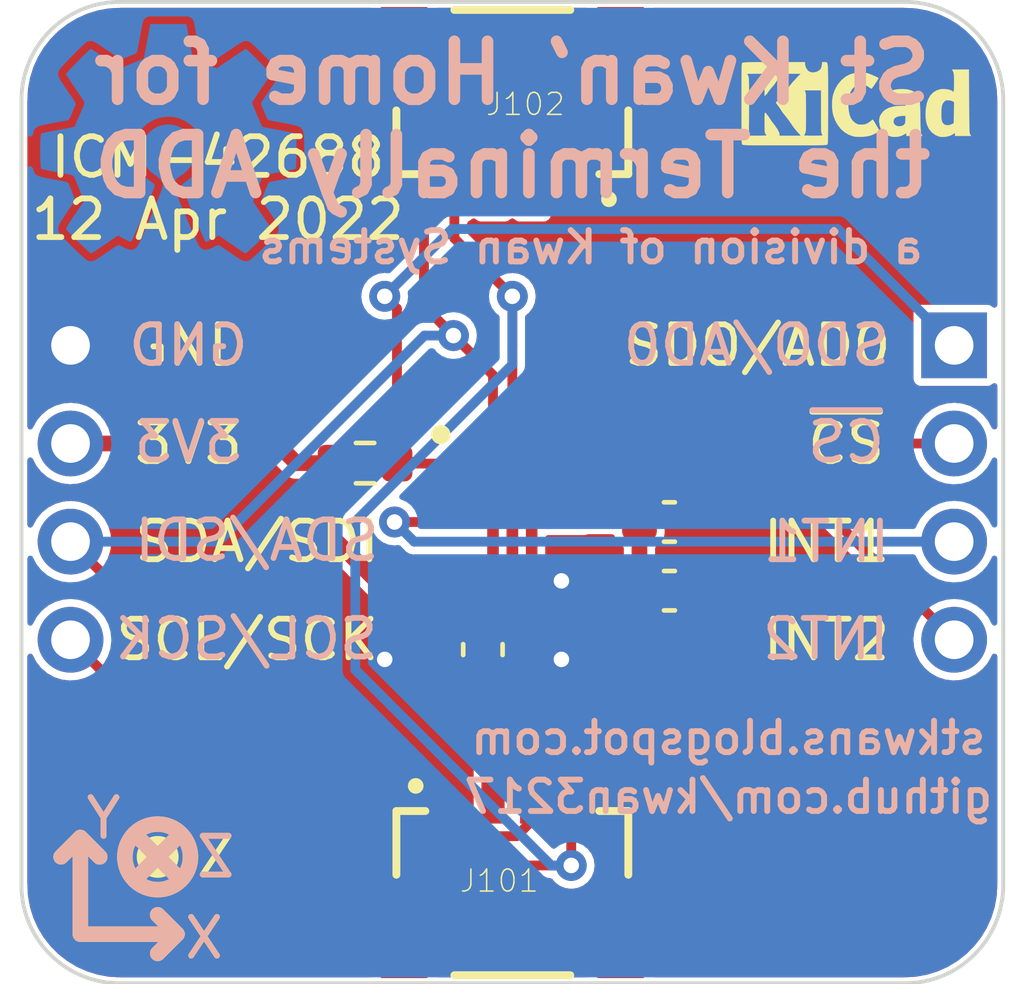
<source format=kicad_pcb>
(kicad_pcb (version 20211014) (generator pcbnew)
  (layers (0 "F.Cu" signal) (31 "B.Cu" signal) (34 "B.Paste" user) (35 "F.Paste" user) (36 "B.SilkS" user "B.Silkscreen") (37 "F.SilkS" user "F.Silkscreen") (38 "B.Mask" user) (39 "F.Mask" user) (44 "Edge.Cuts" user))
  (net 0 "")
  (net 10 "+3V3")
  (net 11 "GND")
  (net 12 "/SDA{slash}SDI")
  (net 13 "/SCL{slash}SCK")
  (net 14 "/SDO{slash}AD0")
  (net 15 "/~{CS}")
  (net 16 "/INT1")
  (net 17 "/INT2")
  (footprint "Capacitor_SMD:C_0603_1608Metric" (layer "F.Cu") (at 143.764 66.04)
    (fp_text reference "C106" hide)
    (fp_text value "2.2uF" hide)
    (pad "1" smd roundrect (at -0.775 0) (size 0.9 0.95) (layers "F.Cu" "F.Paste" "F.Mask") (net 10 "+3V3"))
    (pad "2" smd roundrect (at 0.775 0) (size 0.9 0.95) (layers "F.Cu" "F.Paste" "F.Mask") (net 11 "GND"))
  )
  (footprint "Capacitor_SMD:C_0603_1608Metric" (layer "F.Cu") (at 143.764 64.262)
    (fp_text reference "C105" hide)
    (fp_text value "10nF" hide)
    (pad "1" smd roundrect (at -0.775 0) (size 0.9 0.95) (layers "F.Cu" "F.Paste" "F.Mask") (net 10 "+3V3"))
    (pad "2" smd roundrect (at 0.775 0) (size 0.9 0.95) (layers "F.Cu" "F.Paste" "F.Mask") (net 11 "GND"))
  )
  (footprint "KwanSystems:Axis" (layer "F.Cu") (at 128.524 74.93)
    (fp_text reference "U501" hide)
    (fp_text value "MPU9250" hide)
    (fp_text user "Z" (at 3.5 -2) (layer "B.SilkS") (effects (justify mirror)))
    (fp_text user "Y" (at 0.6 -3) (layer "B.SilkS") (effects (justify mirror)))
    (fp_text user "X" (at 3.2 0.1) (layer "B.SilkS") (effects (justify mirror)))
    (fp_text user "Z" (at 3.5 -2) (layer "F.SilkS"))
    (fp_text user "Y" (at 0.6 -3) (layer "F.SilkS"))
    (fp_text user "X" (at 3.2 0.1) (layer "F.SilkS"))
  )
  (footprint "KwanSystems:JST04_1MM_RA" (layer "F.Cu") (at 139.7 71.3927)
    (fp_text reference "J101" (at -1.397 2.159) (layer "F.SilkS") (effects (font (size 0.570586 0.570586) (thickness 0.039014)) (justify left)))
    (fp_text value "1x04 1mm")
    (pad "1" smd rect (at -1.5 0) (size 0.6 1.35) (layers "F.Cu" "F.Paste" "F.Mask") (net 11 "GND"))
    (pad "2" smd rect (at -0.5 0) (size 0.6 1.35) (layers "F.Cu" "F.Paste" "F.Mask") (net 10 "+3V3"))
    (pad "3" smd rect (at 0.5 0) (size 0.6 1.35) (layers "F.Cu" "F.Paste" "F.Mask") (net 12 "/SDA{slash}SDI"))
    (pad "4" smd rect (at 1.5 0) (size 0.6 1.35) (layers "F.Cu" "F.Paste" "F.Mask") (net 13 "/SCL{slash}SCK"))
    (pad "NC1" smd rect (at 2.8 3.675) (size 1.2 2) (layers "F.Cu" "F.Paste" "F.Mask"))
    (pad "NC2" smd rect (at -2.8 3.675) (size 1.2 2) (layers "F.Cu" "F.Paste" "F.Mask"))
  )
  (footprint "Capacitor_SMD:C_0603_1608Metric" (layer "F.Cu") (at 138.938 67.564 -90)
    (fp_text reference "C108" hide)
    (fp_text value "100nF" hide)
    (pad "1" smd roundrect (at -0.775 0 270) (size 0.9 0.95) (layers "F.Cu" "F.Paste" "F.Mask") (net 10 "+3V3"))
    (pad "2" smd roundrect (at 0.775 0 270) (size 0.9 0.95) (layers "F.Cu" "F.Paste" "F.Mask") (net 11 "GND"))
  )
  (footprint "KwanSystems:Symbol_KiCAD-Logo_CopperAndSilkScreenTop_small" (layer "F.Cu") (at 148.59 53.34)
    (fp_text reference "REF**" hide)
    (fp_text value "KiCAD Logo" hide)
    (fp_poly (pts (xy -0.9017 0.296023) (xy -0.90159 0.431764) (xy -0.901209 0.544309) (xy -0.900487 0.635861) (xy -0.899353 0.70862) (xy -0.897735 0.764792) (xy -0.895561 0.806578) (xy -0.89276 0.83618) (xy -0.889261 0.855802) (xy -0.884992 0.867646) (xy -0.883054 0.870698) (xy -0.869911 0.889472) (xy -0.864555 0.903543) (xy -0.869645 0.913587) (xy -0.887844 0.920282) (xy -0.921812 0.924303) (xy -0.974211 0.926327) (xy -1.047701 0.92703) (xy -1.1049 0.9271) (xy -1.180041 0.926758) (xy -1.245637 0.925804) (xy -1.297787 0.924351) (xy -1.332591 0.922509) (xy -1.346148 0.920388) (xy -1.3462 0.920244) (xy -1.340923 0.905727) (xy -1.327637 0.877255) (xy -1.3208 0.8636) (xy -1.314367 0.84988) (xy -1.309121 0.834697) (xy -1.30494 0.81546) (xy -1.301705 0.789578) (xy -1.299295 0.754459) (xy -1.297589 0.707514) (xy -1.296468 0.646151) (xy -1.29581 0.56778) (xy -1.295495 0.469809) (xy -1.295403 0.349648) (xy -1.2954 0.317375) (xy -1.295527 0.188635) (xy -1.295965 0.082875) (xy -1.296802 -0.002325) (xy -1.298126 -0.069381) (xy -1.300025 -0.120715) (xy -1.302587 -0.158744) (xy -1.305899 -0.185887) (xy -1.310049 -0.204564) (xy -1.314777 -0.216531) (xy -1.334153 -0.254) (xy -0.9017 -0.254) (xy -0.9017 0.296023)) (layer "F.Cu") (width 0.01) (fill solid))
    (fp_poly (pts (xy -1.693127 -0.6858) (xy -1.420471 -0.6858) (xy -1.519861 -0.585107) (xy -1.684715 -0.403655) (xy -1.791925 -0.266593) (xy -1.831149 -0.2148) (xy -1.878428 -0.154736) (xy -1.928475 -0.092899) (xy -1.976001 -0.035791) (xy -2.015717 0.010091) (xy -2.028266 0.02388) (xy -2.068982 0.067606) (xy -2.034003 0.113178) (xy -1.966282 0.207802) (xy -1.922511 0.277525) (xy -1.895076 0.318643) (xy -1.864438 0.358306) (xy -1.861864 0.361304) (xy -1.827389 0.402791) (xy -1.787127 0.454069) (xy -1.745529 0.509144) (xy -1.707049 0.562024) (xy -1.676141 0.606713) (xy -1.658312 0.635274) (xy -1.640772 0.661798) (xy -1.611507 0.701031) (xy -1.57559 0.746626) (xy -1.538093 0.792236) (xy -1.504086 0.831516) (xy -1.4859 0.85101) (xy -1.473956 0.864041) (xy -1.452819 0.887703) (xy -1.448762 0.892285) (xy -1.417973 0.9271) (xy -1.9812 0.9271) (xy -1.9812 0.887962) (xy -1.989582 0.849698) (xy -2.013196 0.797075) (xy -2.049754 0.73412) (xy -2.09696 0.664858) (xy -2.140729 0.607767) (xy -2.176366 0.561657) (xy -2.209027 0.516135) (xy -2.232612 0.479768) (xy -2.235665 0.474417) (xy -2.255686 0.441217) (xy -2.273329 0.417142) (xy -2.277651 0.41275) (xy -2.294931 0.393408) (xy -2.315043 0.365125) (xy -2.333887 0.341047) (xy -2.349143 0.330244) (xy -2.349793 0.3302) (xy -2.354231 0.342546) (xy -2.357791 0.378191) (xy -2.360368 0.435046) (xy -2.361859 0.511022) (xy -2.3622 0.578481) (xy -2.361858 0.668132) (xy -2.360653 0.736135) (xy -2.358313 0.786238) (xy -2.354569 0.822185) (xy -2.349151 0.847722) (xy -2.34179 0.866594) (xy -2.341378 0.867406) (xy -2.323642 0.897246) (xy -2.307889 0.916309) (xy -2.306453 0.917381) (xy -2.314202 0.920162) (xy -2.343877 0.922631) (xy -2.392007 0.924656) (xy -2.455121 0.926104) (xy -2.529745 0.926841) (xy -2.555603 0.926906) (xy -2.818856 0.9271) (xy -2.804016 0.892175) (xy -2.78993 0.862879) (xy -2.778888 0.845185) (xy -2.776972 0.830571) (xy -2.775172 0.792891) (xy -2.773521 0.734476) (xy -2.772052 0.657659) (xy -2.770801 0.564773) (xy -2.769798 0.458151) (xy -2.769079 0.340126) (xy -2.768677 0.21303) (xy -2.768601 0.127145) (xy -2.76863 -0.024845) (xy -2.768765 -0.153544) (xy -2.769077 -0.261063) (xy -2.769637 -0.349511) (xy -2.770516 -0.420998) (xy -2.771784 -0.477634) (xy -2.773512 -0.521528) (xy -2.775772 -0.55479) (xy -2.778634 -0.57953) (xy -2.782169 -0.597857) (xy -2.786448 -0.611882) (xy -2.791542 -0.623713) (xy -2.794001 -0.628651) (xy -2.809378 -0.659566) (xy -2.818405 -0.67917) (xy -2.819401 -0.682136) (xy -2.807333 -0.683247) (xy -2.773656 -0.684222) (xy -2.722164 -0.685008) (xy -2.656647 -0.68555) (xy -2.580898 -0.685793) (xy -2.564042 -0.6858) (xy -2.47747 -0.685668) (xy -2.413186 -0.685085) (xy -2.368077 -0.683768) (xy -2.339032 -0.681439) (xy -2.322938 -0.677814) (xy -2.316684 -0.672614) (xy -2.317157 -0.665558) (xy -2.317918 -0.663575) (xy -2.334598 -0.619164) (xy -2.346631 -0.57491) (xy -2.35471 -0.52543) (xy -2.359529 -0.46534) (xy -2.36178 -0.389256) (xy -2.3622 -0.319456) (xy -2.362201 -0.109548) (xy -2.324101 -0.14605) (xy -2.300294 -0.171222) (xy -2.287003 -0.189861) (xy -2.286 -0.193259) (xy -2.278432 -0.206225) (xy -2.258686 -0.232936) (xy -2.231206 -0.267928) (xy -2.200434 -0.305736) (xy -2.170812 -0.340896) (xy -2.146781 -0.367943) (xy -2.133381 -0.381) (xy -2.12222 -0.394633) (xy -2.103032 -0.422685) (xy -2.089099 -0.4445) (xy -2.059998 -0.488351) (xy -2.028525 -0.531651) (xy -2.017351 -0.545819) (xy -1.994994 -0.579132) (xy -1.982296 -0.609679) (xy -1.9812 -0.617805) (xy -1.980939 -0.639662) (xy -1.978105 -0.656249) (xy -1.969619 -0.668294) (xy -1.952406 -0.676523) (xy -1.923387 -0.681662) (xy -1.879486 -0.684437) (xy -1.817625 -0.685575) (xy -1.734728 -0.685802) (xy -1.693127 -0.6858)) (layer "F.Cu") (width 0.01) (fill solid))
    (fp_poly (pts (xy -1.022029 -1.13702) (xy -0.963228 -1.103803) (xy -0.916489 -1.052478) (xy -0.894594 -1.009438) (xy -0.879289 -0.940193) (xy -0.88384 -0.871205) (xy -0.907514 -0.810458) (xy -0.913706 -0.801075) (xy -0.958926 -0.757296) (xy -1.018364 -0.727224) (xy -1.084834 -0.712291) (xy -1.151144 -0.713933) (xy -1.210105 -0.733584) (xy -1.220497 -0.739878) (xy -1.261632 -0.779303) (xy -1.295543 -0.833615) (xy -1.316627 -0.892353) (xy -1.3208 -0.927101) (xy -1.311163 -0.981713) (xy -1.285905 -1.038945) (xy -1.250509 -1.088421) (xy -1.222679 -1.112853) (xy -1.15657 -1.143062) (xy -1.088082 -1.150612) (xy -1.022029 -1.13702)) (layer "F.Cu") (width 0.01) (fill solid))
  )
  (footprint "Connector_PinHeader_2.54mm:PinHeader_1x04_P2.54mm_Vertical" (layer "F.Cu") (at 151.13 59.69)
    (fp_text reference "J104" hide)
    (fp_text value "Conn_01x04" hide)
    (pad "1" thru_hole rect (at 0 0) (size 1.7 1.7) (drill 1) (layers *.Cu *.Mask) (net 14 "/SDO{slash}AD0"))
    (pad "2" thru_hole oval (at 0 2.54) (size 1.7 1.7) (drill 1) (layers *.Cu *.Mask) (net 15 "/~{CS}"))
    (pad "3" thru_hole oval (at 0 5.08) (size 1.7 1.7) (drill 1) (layers *.Cu *.Mask) (net 16 "/INT1"))
    (pad "4" thru_hole oval (at 0 7.62) (size 1.7 1.7) (drill 1) (layers *.Cu *.Mask) (net 17 "/INT2"))
  )
  (footprint "Resistor_SMD:R_0603_1608Metric" (layer "F.Cu") (at 135.89 62.738 180)
    (fp_text reference "R101" hide)
    (fp_text value "10k" hide)
    (pad "1" smd roundrect (at -0.825 0 180) (size 0.8 0.95) (layers "F.Cu" "F.Paste" "F.Mask") (net 14 "/SDO{slash}AD0"))
    (pad "2" smd roundrect (at 0.825 0 180) (size 0.8 0.95) (layers "F.Cu" "F.Paste" "F.Mask") (net 10 "+3V3"))
  )
  (footprint "KwanSystems:QFN50P300X250X97-14N" (layer "F.Cu") (at 139.7 63.5)
    (fp_text reference "U102" hide)
    (fp_text value "ICM-42688" hide)
    (pad "1" smd rect (at -1.4 -0.75 90) (size 0.3 0.9) (layers "F.Cu" "F.Paste" "F.Mask") (net 14 "/SDO{slash}AD0"))
    (pad "2" smd rect (at -1.4 -0.25 90) (size 0.3 0.9) (layers "F.Cu" "F.Paste" "F.Mask"))
    (pad "3" smd rect (at -1.4 0.25 90) (size 0.3 0.9) (layers "F.Cu" "F.Paste" "F.Mask"))
    (pad "4" smd rect (at -1.4 0.75 90) (size 0.3 0.9) (layers "F.Cu" "F.Paste" "F.Mask") (net 16 "/INT1"))
    (pad "5" smd rect (at -0.5 1.15) (size 0.3 0.9) (layers "F.Cu" "F.Paste" "F.Mask") (net 10 "+3V3"))
    (pad "6" smd rect (at 0 1.15) (size 0.3 0.9) (layers "F.Cu" "F.Paste" "F.Mask") (net 11 "GND"))
    (pad "7" smd rect (at 0.5 1.15) (size 0.3 0.9) (layers "F.Cu" "F.Paste" "F.Mask"))
    (pad "8" smd rect (at 1.4 0.75 90) (size 0.3 0.9) (layers "F.Cu" "F.Paste" "F.Mask") (net 10 "+3V3"))
    (pad "9" smd rect (at 1.4 0.25 90) (size 0.3 0.9) (layers "F.Cu" "F.Paste" "F.Mask") (net 17 "/INT2"))
    (pad "10" smd rect (at 1.4 -0.25 90) (size 0.3 0.9) (layers "F.Cu" "F.Paste" "F.Mask"))
    (pad "11" smd rect (at 1.4 -0.75 90) (size 0.3 0.9) (layers "F.Cu" "F.Paste" "F.Mask"))
    (pad "12" smd rect (at 0.5 -1.15) (size 0.3 0.9) (layers "F.Cu" "F.Paste" "F.Mask") (net 15 "/~{CS}"))
    (pad "13" smd rect (at 0 -1.15) (size 0.3 0.9) (layers "F.Cu" "F.Paste" "F.Mask") (net 13 "/SCL{slash}SCK"))
    (pad "14" smd rect (at -0.5 -1.15) (size 0.3 0.9) (layers "F.Cu" "F.Paste" "F.Mask") (net 12 "/SDA{slash}SDI"))
  )
  (footprint "KwanSystems:KWAN_CIRCLE_soldermask" (layer "F.Cu") (at 147.828 71.882)
    (fp_text reference "G***" hide)
    (fp_text value "LOGO" hide)
    (fp_poly (pts (xy 0.140715 -3.811754) (xy 0.233844 -3.808722) (xy 0.307618 -3.803951) (xy 0.552026 -3.775899) (xy 0.791193 -3.733541) (xy 1.025087 -3.676889) (xy 1.253676 -3.605953) (xy 1.476929 -3.520744) (xy 1.694814 -3.421273) (xy 1.907301 -3.307551) (xy 2.114357 -3.179589) (xy 2.12267 -3.174078) (xy 2.158875 -3.149777) (xy 2.190859 -3.127859) (xy 2.216346 -3.10992) (xy 2.233059 -3.097557) (xy 2.238454 -3.092919) (xy 2.236541 -3.088765) (xy 2.228287 -3.078846) (xy 2.213349 -3.062835) (xy 2.191388 -3.040404) (xy 2.162063 -3.011227) (xy 2.125034 -2.974976) (xy 2.07996 -2.931324) (xy 2.0265 -2.879944) (xy 1.964315 -2.820509) (xy 1.893063 -2.752692) (xy 1.812404 -2.676166) (xy 1.721998 -2.590603) (xy 1.621503 -2.495677) (xy 1.510581 -2.391061) (xy 1.388889 -2.276426) (xy 1.372248 -2.260759) (xy 0.49826 -1.437976) (xy 0.728726 -1.435959) (xy 0.786221 -1.435278) (xy 0.838459 -1.434318) (xy 0.883587 -1.433139) (xy 0.919754 -1.431803) (xy 0.945108 -1.430372) (xy 0.957795 -1.428907) (xy 0.95891 -1.428338) (xy 0.952726 -1.423707) (xy 0.934729 -1.411002) (xy 0.905688 -1.390751) (xy 0.866373 -1.363482) (xy 0.817554 -1.329722) (xy 0.76 -1.29) (xy 0.694481 -1.244842) (xy 0.621767 -1.194776) (xy 0.542627 -1.140331) (xy 0.457831 -1.082033) (xy 0.368148 -1.02041) (xy 0.274349 -0.95599) (xy 0.177202 -0.8893) (xy 0.077477 -0.820868) (xy -0.024056 -0.751222) (xy -0.126627 -0.68089) (xy -0.229467 -0.610398) (xy -0.331806 -0.540275) (xy -0.432875 -0.471048) (xy -0.531904 -0.403245) (xy -0.628123 -0.337393) (xy -0.720763 -0.27402) (xy -0.809054 -0.213654) (xy -0.892226 -0.156822) (xy -0.96951 -0.104053) (xy -1.040137 -0.055872) (xy -1.103336 -0.012809) (xy -1.158338 0.024609) (xy -1.204374 0.055855) (xy -1.240673 0.080401) (xy -1.266467 0.09772) (xy -1.280985 0.107283) (xy -1.281598 0.107672) (xy -1.296344 0.115411) (xy -1.303909 0.116256) (xy -1.304174 0.115425) (xy -1.301043 0.107773) (xy -1.291921 0.087177) (xy -1.277217 0.054528) (xy -1.257337 0.010715) (xy -1.232689 -0.043371) (xy -1.203681 -0.10684) (xy -1.170719 -0.178802) (xy -1.134211 -0.258366) (xy -1.094564 -0.344644) (xy -1.052187 -0.436744) (xy -1.007485 -0.533776) (xy -0.960868 -0.634851) (xy -0.95068 -0.656925) (xy -0.597186 -1.422735) (xy -0.894305 -1.424729) (xy -0.972491 -1.425353) (xy -1.036565 -1.426106) (xy -1.087657 -1.42703) (xy -1.126898 -1.428171) (xy -1.155418 -1.429572) (xy -1.174346 -1.431278) (xy -1.184812 -1.433331) (xy -1.187946 -1.435777) (xy -1.187861 -1.43616) (xy -1.185405 -1.44442) (xy -1.17899 -1.46655) (xy -1.168841 -1.501764) (xy -1.155183 -1.549277) (xy -1.138241 -1.608302) (xy -1.11824 -1.678054) (xy -1.095406 -1.757746) (xy -1.069962 -1.846594) (xy -1.042135 -1.943811) (xy -1.012149 -2.048611) (xy -0.98023 -2.160208) (xy -0.946602 -2.277817) (xy -0.911491 -2.400651) (xy -0.875122 -2.527926) (xy -0.850953 -2.612525) (xy -0.517608 -3.779453) (xy -0.474602 -3.784628) (xy -0.382625 -3.794117) (xy -0.281803 -3.801733) (xy -0.175596 -3.80739) (xy -0.067467 -3.811003) (xy 0.039124 -3.812485) (xy 0.140715 -3.811754)) (layer "F.Cu") (width 0.01) (fill solid))
    (fp_poly (pts (xy -2.328855 -3.008401) (xy -2.332981 -2.986481) (xy -2.339898 -2.950983) (xy -2.349469 -2.902583) (xy -2.361555 -2.841957) (xy -2.376018 -2.76978) (xy -2.392719 -2.68673) (xy -2.411522 -2.59348) (xy -2.432287 -2.490709) (xy -2.454877 -2.37909) (xy -2.479154 -2.259301) (xy -2.504979 -2.132016) (xy -2.532214 -1.997913) (xy -2.560722 -1.857666) (xy -2.590364 -1.711952) (xy -2.621002 -1.561446) (xy -2.652498 -1.406825) (xy -2.684714 -1.248764) (xy -2.717512 -1.08794) (xy -2.750754 -0.925027) (xy -2.784301 -0.760703) (xy -2.818016 -0.595642) (xy -2.85176 -0.430521) (xy -2.885396 -0.266015) (xy -2.918785 -0.102801) (xy -2.951789 0.058446) (xy -2.98427 0.217049) (xy -3.01609 0.372333) (xy -3.047111 0.523623) (xy -3.077195 0.670241) (xy -3.106203 0.811513) (xy -3.133998 0.946762) (xy -3.160442 1.075313) (xy -3.185396 1.196489) (xy -3.208722 1.309615) (xy -3.230283 1.414015) (xy -3.24994 1.509013) (xy -3.267555 1.593933) (xy -3.282989 1.6681) (xy -3.296106 1.730836) (xy -3.306766 1.781467) (xy -3.314833 1.819317) (xy -3.320166 1.843709) (xy -3.322629 1.853968) (xy -3.322749 1.854254) (xy -3.32926 1.851943) (xy -3.339955 1.839252) (xy -3.347397 1.827582) (xy -3.373549 1.78015) (xy -3.403485 1.721577) (xy -3.435742 1.655034) (xy -3.468859 1.583691) (xy -3.501373 1.510719) (xy -3.531823 1.439286) (xy -3.558747 1.372564) (xy -3.566395 1.352685) (xy -3.640985 1.137881) (xy -3.701583 0.922961) (xy -3.748496 0.706222) (xy -3.78203 0.48596) (xy -3.802493 0.260474) (xy -3.810191 0.028058) (xy -3.810272 0) (xy -3.808466 -0.142493) (xy -3.802856 -0.274198) (xy -3.793054 -0.399184) (xy -3.778674 -0.521518) (xy -3.759325 -0.645266) (xy -3.737942 -0.758266) (xy -3.692607 -0.956571) (xy -3.638336 -1.146785) (xy -3.573853 -1.332633) (xy -3.497879 -1.517844) (xy -3.421925 -1.680378) (xy -3.327152 -1.862241) (xy -3.227311 -2.032414) (xy -3.120532 -2.193496) (xy -3.004948 -2.348083) (xy -2.878688 -2.498772) (xy -2.739885 -2.648161) (xy -2.68705 -2.701561) (xy -2.645668 -2.742083) (xy -2.601761 -2.78391) (xy -2.556751 -2.825795) (xy -2.512062 -2.866493) (xy -2.469117 -2.904759) (xy -2.429338 -2.939348) (xy -2.39415 -2.969014) (xy -2.364976 -2.992511) (xy -2.343237 -3.008594) (xy -2.330358 -3.016018) (xy -2.327659 -3.016067) (xy -2.328855 -3.008401)) (layer "F.Cu") (width 0.01) (fill solid))
    (fp_poly (pts (xy -0.12959 0.952853) (xy -0.119635 0.969826) (xy -0.103875 0.998645) (xy -0.082239 1.039452) (xy -0.054653 1.092392) (xy -0.021044 1.157607) (xy 0.018662 1.235242) (xy 0.064536 1.32544) (xy 0.116653 1.428344) (xy 0.175085 1.544099) (xy 0.239906 1.672848) (xy 0.311187 1.814733) (xy 0.389004 1.9699) (xy 0.473428 2.138491) (xy 0.539444 2.270466) (xy 0.606182 2.403974) (xy 0.671077 2.533856) (xy 0.733802 2.659456) (xy 0.794027 2.780115) (xy 0.851427 2.895175) (xy 0.905673 3.003978) (xy 0.956439 3.105866) (xy 1.003396 3.200181) (xy 1.046217 3.286264) (xy 1.084575 3.363458) (xy 1.118143 3.431104) (xy 1.146592 3.488545) (xy 1.169595 3.535123) (xy 1.186825 3.570178) (xy 1.197954 3.593054) (xy 1.202656 3.603092) (xy 1.202796 3.603503) (xy 1.201735 3.606369) (xy 1.197365 3.609576) (xy 1.187905 3.613733) (xy 1.171572 3.619446) (xy 1.146585 3.627325) (xy 1.111163 3.637975) (xy 1.063523 3.652005) (xy 1.04276 3.658082) (xy 0.837281 3.711456) (xy 0.625912 3.752992) (xy 0.406691 3.783053) (xy 0.318787 3.791733) (xy 0.261302 3.795706) (xy 0.192111 3.79869) (xy 0.114527 3.800685) (xy 0.031863 3.801692) (xy -0.052568 3.801715) (xy -0.135453 3.800753) (xy -0.213481 3.798809) (xy -0.283337 3.795885) (xy -0.34171 3.791981) (xy -0.348029 3.791424) (xy -0.588838 3.762069) (xy -0.825018 3.718201) (xy -1.056753 3.65977) (xy -1.284224 3.586724) (xy -1.507614 3.499013) (xy -1.668815 3.425406) (xy -1.7116 3.404354) (xy -1.757056 3.381416) (xy -1.802677 3.357915) (xy -1.84596 3.335173) (xy -1.8844 3.314514) (xy -1.915494 3.29726) (xy -1.936738 3.284734) (xy -1.9431 3.280499) (xy -1.942635 3.272752) (xy -1.940136 3.251424) (xy -1.935819 3.218008) (xy -1.929899 3.173998) (xy -1.922594 3.120888) (xy -1.914119 3.060171) (xy -1.904691 2.99334) (xy -1.894525 2.921889) (xy -1.883838 2.847312) (xy -1.872847 2.771101) (xy -1.861766 2.694751) (xy -1.850814 2.619755) (xy -1.840204 2.547606) (xy -1.830155 2.479798) (xy -1.820882 2.417824) (xy -1.812601 2.363178) (xy -1.805528 2.317354) (xy -1.79988 2.281844) (xy -1.795873 2.258142) (xy -1.793723 2.247742) (xy -1.793557 2.247405) (xy -1.785133 2.240502) (xy -1.765688 2.22499) (xy -1.736057 2.201525) (xy -1.697081 2.170762) (xy -1.649595 2.133357) (xy -1.594438 2.089967) (xy -1.532448 2.041247) (xy -1.464461 1.987854) (xy -1.391316 1.930443) (xy -1.31385 1.86967) (xy -1.232901 1.806192) (xy -1.149307 1.740664) (xy -1.063904 1.673743) (xy -0.977531 1.606084) (xy -0.891026 1.538343) (xy -0.805225 1.471177) (xy -0.720967 1.405241) (xy -0.63909 1.341191) (xy -0.56043 1.279684) (xy -0.485826 1.221374) (xy -0.416114 1.166919) (xy -0.352134 1.116975) (xy -0.294722 1.072196) (xy -0.244716 1.03324) (xy -0.202954 1.000762) (xy -0.170273 0.975419) (xy -0.14751 0.957865) (xy -0.135505 0.948758) (xy -0.133815 0.947581) (xy -0.12959 0.952853)) (layer "F.Cu") (width 0.01) (fill solid))
    (fp_poly (pts (xy 3.243293 -2.004387) (xy 3.254612 -1.987318) (xy 3.27078 -1.960818) (xy 3.290656 -1.926905) (xy 3.313095 -1.887597) (xy 3.336953 -1.844913) (xy 3.361088 -1.800871) (xy 3.384356 -1.757488) (xy 3.405613 -1.716783) (xy 3.418262 -1.69181) (xy 3.516825 -1.477147) (xy 3.60162 -1.256163) (xy 3.672681 -1.028739) (xy 3.730043 -0.794756) (xy 3.773742 -0.554096) (xy 3.79193 -0.419142) (xy 3.796468 -0.371316) (xy 3.800395 -0.311139) (xy 3.803663 -0.241491) (xy 3.806227 -0.165254) (xy 3.808038 -0.085307) (xy 3.809051 -0.004531) (xy 3.80922 0.074193) (xy 3.808497 0.147986) (xy 3.806835 0.213967) (xy 3.804189 0.269255) (xy 3.803288 0.282128) (xy 3.777364 0.524142) (xy 3.736838 0.761946) (xy 3.681854 0.995188) (xy 3.612555 1.223517) (xy 3.529083 1.446582) (xy 3.431582 1.664032) (xy 3.320195 1.875515) (xy 3.195066 2.08068) (xy 3.056336 2.279177) (xy 2.918046 2.454133) (xy 2.892419 2.484027) (xy 2.861812 2.518548) (xy 2.827792 2.556048) (xy 2.791923 2.594883) (xy 2.755773 2.633405) (xy 2.720907 2.669968) (xy 2.68889 2.702927) (xy 2.661288 2.730635) (xy 2.639667 2.751445) (xy 2.625593 2.763713) (xy 2.621093 2.766336) (xy 2.615652 2.759965) (xy 2.604408 2.742323) (xy 2.588673 2.71562) (xy 2.569759 2.682067) (xy 2.554381 2.65393) (xy 2.539561 2.626427) (xy 2.518568 2.587404) (xy 2.491819 2.537641) (xy 2.459732 2.477916) (xy 2.422724 2.409006) (xy 2.381212 2.331691) (xy 2.335615 2.246748) (xy 2.286349 2.154956) (xy 2.233831 2.057094) (xy 2.178481 1.953939) (xy 2.120713 1.846271) (xy 2.060947 1.734867) (xy 1.999599 1.620506) (xy 1.937088 1.503966) (xy 1.873829 1.386025) (xy 1.810242 1.267462) (xy 1.746742 1.149056) (xy 1.683748 1.031584) (xy 1.621678 0.915825) (xy 1.560947 0.802557) (xy 1.501975 0.692559) (xy 1.445177 0.586609) (xy 1.390973 0.485485) (xy 1.339778 0.389966) (xy 1.292011 0.30083) (xy 1.24809 0.218855) (xy 1.20843 0.14482) (xy 1.17345 0.079504) (xy 1.143568 0.023684) (xy 1.1192 -0.021862) (xy 1.100764 -0.056354) (xy 1.088677 -0.079015) (xy 1.083358 -0.089065) (xy 1.083271 -0.089233) (xy 1.066914 -0.12131) (xy 2.150016 -1.064691) (xy 2.260749 -1.161127) (xy 2.368413 -1.254867) (xy 2.472446 -1.345422) (xy 2.572284 -1.432303) (xy 2.667362 -1.515019) (xy 2.757119 -1.593081) (xy 2.84099 -1.666) (xy 2.918411 -1.733285) (xy 2.98882 -1.794447) (xy 3.051652 -1.848996) (xy 3.106344 -1.896443) (xy 3.152332 -1.936298) (xy 3.189054 -1.968071) (xy 3.215944 -1.991273) (xy 3.23244 -2.005413) (xy 3.237969 -2.010007) (xy 3.243293 -2.004387)) (layer "F.Cu") (width 0.01) (fill solid))
  )
  (footprint "KwanSystems:JST04_1MM_RA" (layer "F.Cu") (at 139.7 55.6073 180)
    (fp_text reference "J102" (at -1.397 2.159) (layer "F.SilkS") (effects (font (size 0.570586 0.570586) (thickness 0.039014)) (justify right)))
    (fp_text value "1x04 1mm")
    (pad "1" smd rect (at -1.5 0 180) (size 0.6 1.35) (layers "F.Cu" "F.Paste" "F.Mask") (net 11 "GND"))
    (pad "2" smd rect (at -0.5 0 180) (size 0.6 1.35) (layers "F.Cu" "F.Paste" "F.Mask") (net 10 "+3V3"))
    (pad "3" smd rect (at 0.5 0 180) (size 0.6 1.35) (layers "F.Cu" "F.Paste" "F.Mask") (net 12 "/SDA{slash}SDI"))
    (pad "4" smd rect (at 1.5 0 180) (size 0.6 1.35) (layers "F.Cu" "F.Paste" "F.Mask") (net 13 "/SCL{slash}SCK"))
    (pad "NC1" smd rect (at 2.8 3.675 180) (size 1.2 2) (layers "F.Cu" "F.Paste" "F.Mask"))
    (pad "NC2" smd rect (at -2.8 3.675 180) (size 1.2 2) (layers "F.Cu" "F.Paste" "F.Mask"))
  )
  (footprint "Connector_PinHeader_2.54mm:PinHeader_1x04_P2.54mm_Vertical" (layer "F.Cu") (at 128.27 59.69)
    (fp_text reference "J103" hide)
    (fp_text value "Conn_01x04" hide)
    (pad "1" thru_hole rect (at 0 0) (size 1.7 1.7) (drill 1) (layers *.Cu *.Mask) (net 11 "GND"))
    (pad "2" thru_hole oval (at 0 2.54) (size 1.7 1.7) (drill 1) (layers *.Cu *.Mask) (net 10 "+3V3"))
    (pad "3" thru_hole oval (at 0 5.08) (size 1.7 1.7) (drill 1) (layers *.Cu *.Mask) (net 12 "/SDA{slash}SDI"))
    (pad "4" thru_hole oval (at 0 7.62) (size 1.7 1.7) (drill 1) (layers *.Cu *.Mask) (net 13 "/SCL{slash}SCK"))
  )
  (footprint "KwanSystems:OSHW-Symbol_6.7x6mm_Mask" (layer "B.Cu") (at 130.81 54.356 180)
    (fp_text reference "REF***" hide)
    (fp_text value "OSHW-Symbol_6.7x6mm_Copper" hide)
    (fp_poly (pts (xy 0.555814 2.531069) (xy 0.639635 2.086445) (xy 0.94892 1.958947) (xy 1.258206 1.831449) (xy 1.629246 2.083754) (xy 1.733157 2.154004) (xy 1.827087 2.216728) (xy 1.906652 2.269062) (xy 1.96747 2.308143) (xy 2.005157 2.331107) (xy 2.015421 2.336058) (xy 2.03391 2.323324) (xy 2.07342 2.288118) (xy 2.129522 2.234938) (xy 2.197787 2.168282) (xy 2.273786 2.092646) (xy 2.353092 2.012528) (xy 2.431275 1.932426) (xy 2.503907 1.856836) (xy 2.566559 1.790255) (xy 2.614803 1.737182) (xy 2.64421 1.702113) (xy 2.651241 1.690377) (xy 2.641123 1.66874) (xy 2.612759 1.621338) (xy 2.569129 1.552807) (xy 2.513218 1.467785) (xy 2.448006 1.370907) (xy 2.410219 1.31565) (xy 2.341343 1.214752) (xy 2.28014 1.123701) (xy 2.229578 1.04703) (xy 2.192628 0.989272) (xy 2.172258 0.954957) (xy 2.169197 0.947746) (xy 2.176136 0.927252) (xy 2.195051 0.879487) (xy 2.223087 0.811168) (xy 2.257391 0.729011) (xy 2.295109 0.63973) (xy 2.333387 0.550042) (xy 2.36937 0.466662) (xy 2.400206 0.396306) (xy 2.423039 0.34569) (xy 2.435017 0.321529) (xy 2.435724 0.320578) (xy 2.454531 0.315964) (xy 2.504618 0.305672) (xy 2.580793 0.290713) (xy 2.677865 0.272099) (xy 2.790643 0.250841) (xy 2.856442 0.238582) (xy 2.97695 0.215638) (xy 3.085797 0.193805) (xy 3.177476 0.174278) (xy 3.246481 0.158252) (xy 3.287304 0.146921) (xy 3.295511 0.143326) (xy 3.303548 0.118994) (xy 3.310033 0.064041) (xy 3.31497 -0.015108) (xy 3.318364 -0.112026) (xy 3.320218 -0.220287) (xy 3.320538 -0.333465) (xy 3.319327 -0.445135) (xy 3.31659 -0.548868) (xy 3.312331 -0.638241) (xy 3.306555 -0.706826) (xy 3.299267 -0.748197) (xy 3.294895 -0.75681) (xy 3.268764 -0.767133) (xy 3.213393 -0.781892) (xy 3.136107 -0.799352) (xy 3.04423 -0.81778) (xy 3.012158 -0.823741) (xy 2.857524 -0.852066) (xy 2.735375 -0.874876) (xy 2.641673 -0.89308) (xy 2.572384 -0.907583) (xy 2.523471 -0.919292) (xy 2.490897 -0.929115) (xy 2.470628 -0.937956) (xy 2.458626 -0.946724) (xy 2.456947 -0.948457) (xy 2.440184 -0.976371) (xy 2.414614 -1.030695) (xy 2.382788 -1.104777) (xy 2.34726 -1.191965) (xy 2.310583 -1.285608) (xy 2.275311 -1.379052) (xy 2.243996 -1.465647) (xy 2.219193 -1.53874) (xy 2.203454 -1.591678) (xy 2.199332 -1.617811) (xy 2.199676 -1.618726) (xy 2.213641 -1.640086) (xy 2.245322 -1.687084) (xy 2.291391 -1.754827) (xy 2.348518 -1.838423) (xy 2.413373 -1.932982) (xy 2.431843 -1.959854) (xy 2.497699 -2.057275) (xy 2.55565 -2.146163) (xy 2.602538 -2.221412) (xy 2.635207 -2.27792) (xy 2.6505 -2.310581) (xy 2.651241 -2.314593) (xy 2.638392 -2.335684) (xy 2.602888 -2.377464) (xy 2.549293 -2.435445) (xy 2.482171 -2.505135) (xy 2.406087 -2.582045) (xy 2.325604 -2.661683) (xy 2.245287 -2.739561) (xy 2.169699 -2.811186) (xy 2.103405 -2.87207) (xy 2.050969 -2.917721) (xy 2.016955 -2.94365) (xy 2.007545 -2.947883) (xy 1.985643 -2.937912) (xy 1.9408 -2.91102) (xy 1.880321 -2.871736) (xy 1.833789 -2.840117) (xy 1.749475 -2.782098) (xy 1.649626 -2.713784) (xy 1.549473 -2.645579) (xy 1.495627 -2.609075) (xy 1.313371 -2.4858) (xy 1.160381 -2.56852) (xy 1.090682 -2.604759) (xy 1.031414 -2.632926) (xy 0.991311 -2.648991) (xy 0.981103 -2.651226) (xy 0.968829 -2.634722) (xy 0.944613 -2.588082) (xy 0.910263 -2.515609) (xy 0.867588 -2.421606) (xy 0.818394 -2.310374) (xy 0.76449 -2.186215) (xy 0.707684 -2.053432) (xy 0.649782 -1.916327) (xy 0.592593 -1.779202) (xy 0.537924 -1.646358) (xy 0.487584 -1.522098) (xy 0.44338 -1.410725) (xy 0.407119 -1.316539) (xy 0.380609 -1.243844) (xy 0.365658 -1.196941) (xy 0.363254 -1.180833) (xy 0.382311 -1.160286) (xy 0.424036 -1.126933) (xy 0.479706 -1.087702) (xy 0.484378 -1.084599) (xy 0.628264 -0.969423) (xy 0.744283 -0.835053) (xy 0.83143 -0.685784) (xy 0.888699 -0.525913) (xy 0.915086 -0.359737) (xy 0.909585 -0.191552) (xy 0.87119 -0.025655) (xy 0.798895 0.133658) (xy 0.777626 0.168513) (xy 0.666996 0.309263) (xy 0.536302 0.422286) (xy 0.390064 0.506997) (xy 0.232808 0.562806) (xy 0.069057 0.589126) (xy -0.096667 0.58537) (xy -0.259838 0.55095) (xy -0.415935 0.485277) (xy -0.560433 0.387765) (xy -0.605131 0.348187) (xy -0.718888 0.224297) (xy -0.801782 0.093876) (xy -0.858644 -0.052315) (xy -0.890313 -0.197088) (xy -0.898131 -0.35986) (xy -0.872062 -0.52344) (xy -0.814755 -0.682298) (xy -0.728856 -0.830906) (xy -0.617014 -0.963735) (xy -0.481877 -1.075256) (xy -0.464117 -1.087011) (xy -0.40785 -1.125508) (xy -0.365077 -1.158863) (xy -0.344628 -1.18016) (xy -0.344331 -1.180833) (xy -0.348721 -1.203871) (xy -0.366124 -1.256157) (xy -0.394732 -1.33339) (xy -0.432735 -1.431268) (xy -0.478326 -1.545491) (xy -0.529697 -1.671758) (xy -0.585038 -1.805767) (xy -0.642542 -1.943218) (xy -0.700399 -2.079808) (xy -0.756802 -2.211237) (xy -0.809942 -2.333205) (xy -0.85801 -2.441409) (xy -0.899199 -2.531549) (xy -0.931699 -2.599323) (xy -0.953703 -2.64043) (xy -0.962564 -2.651226) (xy -0.98964 -2.642819) (xy -1.040303 -2.620272) (xy -1.105817 -2.587613) (xy -1.141841 -2.56852) (xy -1.294832 -2.4858) (xy -1.477088 -2.609075) (xy -1.570125 -2.672228) (xy -1.671985 -2.741727) (xy -1.767438 -2.807165) (xy -1.81525 -2.840117) (xy -1.882495 -2.885273) (xy -1.939436 -2.921057) (xy -1.978646 -2.942938) (xy -1.991381 -2.947563) (xy -2.009917 -2.935085) (xy -2.050941 -2.900252) (xy -2.110475 -2.846678) (xy -2.184542 -2.777983) (xy -2.269165 -2.697781) (xy -2.322685 -2.646286) (xy -2.416319 -2.554286) (xy -2.497241 -2.471999) (xy -2.562177 -2.402945) (xy -2.607858 -2.350644) (xy -2.631011 -2.318616) (xy -2.633232 -2.312116) (xy -2.622924 -2.287394) (xy -2.594439 -2.237405) (xy -2.550937 -2.167212) (xy -2.495577 -2.081875) (xy -2.43152 -1.986456) (xy -2.413303 -1.959854) (xy -2.346927 -1.863167) (xy -2.287378 -1.776117) (xy -2.237984 -1.703595) (xy -2.202075 -1.650493) (xy -2.182981 -1.621703) (xy -2.181136 -1.618726) (xy -2.183895 -1.595782) (xy -2.198538 -1.545336) (xy -2.222513 -1.474041) (xy -2.253266 -1.388547) (xy -2.288244 -1.295507) (xy -2.324893 -1.201574) (xy -2.360661 -1.113399) (xy -2.392994 -1.037634) (xy -2.419338 -0.980931) (xy -2.437142 -0.949943) (xy -2.438407 -0.948457) (xy -2.449294 -0.939601) (xy -2.467682 -0.930843) (xy -2.497606 -0.921277) (xy -2.543103 -0.909996) (xy -2.608209 -0.896093) (xy -2.696961 -0.878663) (xy -2.813393 -0.856798) (xy -2.961542 -0.829591) (xy -2.993618 -0.823741) (xy -3.088686 -0.805374) (xy -3.171565 -0.787405) (xy -3.23493 -0.771569) (xy -3.271458 -0.7596) (xy -3.276356 -0.75681) (xy -3.284427 -0.732072) (xy -3.290987 -0.67679) (xy -3.296033 -0.597389) (xy -3.299559 -0.500296) (xy -3.301561 -0.391938) (xy -3.302036 -0.27874) (xy -3.300977 -0.167128) (xy -3.298382 -0.063529) (xy -3.294246 0.025632) (xy -3.288563 0.093928) (xy -3.281331 0.134934) (xy -3.276971 0.143326) (xy -3.252698 0.151792) (xy -3.197426 0.165565) (xy -3.116662 0.18345) (xy -3.015912 0.204252) (xy -2.900683 0.226777) (xy -2.837902 0.238582) (xy -2.718787 0.260849) (xy -2.612565 0.281021) (xy -2.524427 0.298085) (xy -2.459566 0.311031) (xy -2.423174 0.318845) (xy -2.417184 0.320578) (xy -2.407061 0.34011) (xy -2.385662 0.387157) (xy -2.355839 0.454997) (xy -2.320445 0.536909) (xy -2.282332 0.626172) (xy -2.244353 0.716065) (xy -2.20936 0.799865) (xy -2.180206 0.870853) (xy -2.159743 0.922306) (xy -2.150823 0.947503) (xy -2.150657 0.948604) (xy -2.160769 0.968481) (xy -2.189117 1.014223) (xy -2.232723 1.081283) (xy -2.288606 1.165116) (xy -2.353787 1.261174) (xy -2.391679 1.31635) (xy -2.460725 1.417519) (xy -2.52205 1.50937) (xy -2.572663 1.587256) (xy -2.609571 1.646531) (xy -2.629782 1.682549) (xy -2.632701 1.690623) (xy -2.620153 1.709416) (xy -2.585463 1.749543) (xy -2.533063 1.806507) (xy -2.467384 1.875815) (xy -2.392856 1.952969) (xy -2.313913 2.033475) (xy -2.234983 2.112837) (xy -2.1605 2.18656) (xy -2.094894 2.250148) (xy -2.042596 2.299106) (xy -2.008039 2.328939) (xy -1.996478 2.336058) (xy -1.977654 2.326047) (xy -1.932631 2.297922) (xy -1.865787 2.254546) (xy -1.781499 2.198782) (xy -1.684144 2.133494) (xy -1.610707 2.083754) (xy -1.239667 1.831449) (xy -0.621095 2.086445) (xy -0.537275 2.531069) (xy -0.453454 2.975693) (xy 0.471994 2.975693) (xy 0.555814 2.531069)) (layer "B.Cu") (width 0.01) (fill solid))
  )
  (gr_arc (start 149.86 50.8) (mid 151.656051 51.543949) (end 152.4 53.34) (layer "Edge.Cuts") (width 0.1))
  (gr_arc (start 127 53.34) (mid 127.743949 51.543949) (end 129.54 50.8) (layer "Edge.Cuts") (width 0.1))
  (gr_arc (start 129.54 76.2) (mid 127.743949 75.456051) (end 127 73.66) (layer "Edge.Cuts") (width 0.1))
  (gr_line (start 129.54 76.2) (end 149.86 76.2) (layer "Edge.Cuts") (width 0.1))
  (gr_line (start 149.86 50.8) (end 129.54 50.8) (layer "Edge.Cuts") (width 0.1))
  (gr_line (start 127 53.34) (end 127 73.66) (layer "Edge.Cuts") (width 0.1))
  (gr_arc (start 152.4 73.66) (mid 151.656051 75.456051) (end 149.86 76.2) (layer "Edge.Cuts") (width 0.1))
  (gr_line (start 152.4 73.66) (end 152.4 53.34) (layer "Edge.Cuts") (width 0.1))
  (gr_text "github.com/kwan3217" (at 145.288 71.374) (layer "B.SilkS") (effects (font (size 0.8128 0.8128) (thickness 0.1524)) (justify mirror)))
  (gr_text "GND" (at 131.316502 59.68598) (layer "B.SilkS") (effects (font (size 1 1)) (justify mirror)))
  (gr_text "SCL/SCK" (at 132.81883 67.288669) (layer "B.SilkS") (effects (font (size 1 1)) (justify mirror)))
  (gr_text "INT1" (at 147.828 64.77) (layer "B.SilkS") (effects (font (size 1 1)) (justify mirror)))
  (gr_text "a division of Kwan Systems" (at 141.732 57.15) (layer "B.SilkS") (effects (font (size 0.8128 0.8128) (thickness 0.1524)) (justify mirror)))
  (gr_text "stkwans.blogspot.com" (at 145.288 69.85) (layer "B.SilkS") (effects (font (size 0.8128 0.8128) (thickness 0.1524)) (justify mirror)))
  (gr_text "SDA/SDI" (at 133.09198 64.739264) (layer "B.SilkS") (effects (font (size 1 1)) (justify mirror)))
  (gr_text "St Kwan' Home for\nthe Terminally ADD" (at 139.7 53.848) (layer "B.SilkS") (effects (font (size 1.5 1.5) (thickness 0.3)) (justify mirror)))
  (gr_text "3V3" (at 131.316502 62.18986) (layer "B.SilkS") (effects (font (size 1 1)) (justify mirror)))
  (gr_text "INT2" (at 147.808508 67.288669) (layer "B.SilkS") (effects (font (size 1 1)) (justify mirror)))
  (gr_text "~{CS}" (at 148.336 62.18986) (layer "B.SilkS") (effects (font (size 1 1)) (justify mirror)))
  (gr_text "SDO/AD0" (at 146.013879 59.68598) (layer "B.SilkS") (effects (font (size 1 1)) (justify mirror)))
  (gr_text "GND" (at 131.318 59.69) (layer "F.SilkS") (effects (font (size 1 1))))
  (gr_text "ICM-42688\n12 Apr 2022" (at 132.08 55.626) (layer "F.SilkS") (effects (font (size 1 1))))
  (gr_text "INT1" (at 147.828 64.77) (layer "F.SilkS") (effects (font (size 1 1))))
  (gr_text "~{CS}" (at 148.336342 62.23) (layer "F.SilkS") (effects (font (size 1 1))))
  (gr_text "SCL/SCK" (at 132.842 67.31) (layer "F.SilkS") (effects (font (size 1 1))))
  (gr_text "SDA/SDI" (at 133.096 64.77) (layer "F.SilkS") (effects (font (size 1 1))))
  (gr_text "INT2" (at 147.828 67.31) (layer "F.SilkS") (effects (font (size 1 1))))
  (gr_text "3V3" (at 131.318 62.23) (layer "F.SilkS") (effects (font (size 1 1))))
  (gr_text "SDO/AD0" (at 146.05 59.69) (layer "F.SilkS") (effects (font (size 1 1))))
  (segment (start 142.24 66.789) (end 138.938 66.789) (width 0.4064) (layer "F.Cu") (net 10))
  (segment (start 134.112 62.738) (end 133.604 62.23) (width 0.4064) (layer "F.Cu") (net 10))
  (segment (start 140.2 54.856) (end 140.2 55.6073) (width 0.4064) (layer "F.Cu") (net 10))
  (segment (start 128.27 62.23) (end 133.604 62.23) (width 0.4064) (layer "F.Cu") (net 10))
  (segment (start 139.2 66.527) (end 138.938 66.789) (width 0.254) (layer "F.Cu") (net 10))
  (segment (start 139.420069 54.076069) (end 140.2 54.856) (width 0.4064) (layer "F.Cu") (net 10))
  (segment (start 139.2 69.96373) (end 138.06028 68.82401) (width 0.4064) (layer "F.Cu") (net 10))
  (segment (start 142.989 66.04) (end 142.989 64.262) (width 0.4064) (layer "F.Cu") (net 10))
  (segment (start 135.065 62.738) (end 135.065 64.67144) (width 0.4064) (layer "F.Cu") (net 10))
  (segment (start 137.354072 54.076069) (end 139.420069 54.076069) (width 0.4064) (layer "F.Cu") (net 10))
  (segment (start 142.977 64.25) (end 142.989 64.262) (width 0.254) (layer "F.Cu") (net 10))
  (segment (start 139.2 64.65) (end 139.2 66.527) (width 0.254) (layer "F.Cu") (net 10))
  (segment (start 135.065 64.67144) (end 138.06028 67.66672) (width 0.4064) (layer "F.Cu") (net 10))
  (segment (start 138.06028 68.82401) (end 138.06028 67.66672) (width 0.4064) (layer "F.Cu") (net 10))
  (segment (start 141.1 64.25) (end 142.977 64.25) (width 0.254) (layer "F.Cu") (net 10))
  (segment (start 142.989 66.04) (end 142.24 66.789) (width 0.4064) (layer "F.Cu") (net 10))
  (segment (start 135.065 62.738) (end 134.112 62.738) (width 0.4064) (layer "F.Cu") (net 10))
  (segment (start 133.604 57.826141) (end 137.354072 54.076069) (width 0.4064) (layer "F.Cu") (net 10))
  (segment (start 133.604 62.23) (end 133.604 57.826141) (width 0.4064) (layer "F.Cu") (net 10))
  (segment (start 139.2 71.3927) (end 139.2 69.96373) (width 0.4064) (layer "F.Cu") (net 10))
  (segment (start 138.06028 67.66672) (end 138.938 66.789) (width 0.4064) (layer "F.Cu") (net 10))
  (via (at 140.97 67.818) (size 0.8) (drill 0.4) (layers "F.Cu" "B.Cu") (net 11))
  (via (at 136.398 67.818) (size 0.8) (drill 0.4) (layers "F.Cu" "B.Cu") (net 11))
  (via (at 140.97 65.786) (size 0.8) (drill 0.4) (layers "F.Cu" "B.Cu") (net 11))
  (segment (start 137.573489 54.605789) (end 139.127489 54.605789) (width 0.254) (layer "F.Cu") (net 12))
  (segment (start 137.414 54.765278) (end 137.573489 54.605789) (width 0.254) (layer "F.Cu") (net 12))
  (segment (start 139.2 60.46) (end 139.2 62.35) (width 0.254) (layer "F.Cu") (net 12))
  (segment (start 139.807278 72.394211) (end 140.2 72.001489) (width 0.254) (layer "F.Cu") (net 12))
  (segment (start 138.176 59.436) (end 139.2 60.46) (width 0.254) (layer "F.Cu") (net 12))
  (segment (start 128.27 64.77) (end 135.894211 72.394211) (width 0.254) (layer "F.Cu") (net 12))
  (segment (start 138.176 59.436) (end 137.414 58.674) (width 0.254) (layer "F.Cu") (net 12))
  (segment (start 135.894211 72.394211) (end 139.807278 72.394211) (width 0.254) (layer "F.Cu") (net 12))
  (segment (start 139.127489 54.605789) (end 139.2 54.6783) (width 0.254) (layer "F.Cu") (net 12))
  (segment (start 137.414 58.674) (end 137.414 54.765278) (width 0.254) (layer "F.Cu") (net 12))
  (segment (start 140.2 72.001489) (end 140.2 71.3927) (width 0.254) (layer "F.Cu") (net 12))
  (segment (start 139.2 54.6783) (end 139.2 55.6073) (width 0.254) (layer "F.Cu") (net 12))
  (via (at 138.176 59.436) (size 0.8) (drill 0.4) (layers "F.Cu" "B.Cu") (net 12))
  (segment (start 128.27 64.77) (end 132.091443 64.77) (width 0.254) (layer "B.Cu") (net 12))
  (segment (start 132.091443 64.77) (end 137.425443 59.436) (width 0.254) (layer "B.Cu") (net 12))
  (segment (start 137.425443 59.436) (end 138.176 59.436) (width 0.254) (layer "B.Cu") (net 12))
  (segment (start 138.2 56.92) (end 138.2 55.6073) (width 0.254) (layer "F.Cu") (net 13))
  (segment (start 139.7 59.69) (end 139.7 58.42) (width 0.254) (layer "F.Cu") (net 13))
  (segment (start 134.112 73.152) (end 128.27 67.31) (width 0.254) (layer "F.Cu") (net 13))
  (segment (start 141.224 73.152) (end 141.224 71.4167) (width 0.254) (layer "F.Cu") (net 13))
  (segment (start 141.224 73.152) (end 134.112 73.152) (width 0.254) (layer "F.Cu") (net 13))
  (segment (start 139.7 62.35) (end 139.7 59.69) (width 0.254) (layer "F.Cu") (net 13))
  (segment (start 141.224 71.4167) (end 141.2 71.3927) (width 0.254) (layer "F.Cu") (net 13))
  (segment (start 139.7 58.42) (end 138.2 56.92) (width 0.254) (layer "F.Cu") (net 13))
  (via (at 141.224 73.152) (size 0.8) (drill 0.4) (layers "F.Cu" "B.Cu") (net 13))
  (via (at 139.7 58.42) (size 0.8) (drill 0.4) (layers "F.Cu" "B.Cu") (net 13))
  (segment (start 140.704557 73.152) (end 141.224 73.152) (width 0.254) (layer "B.Cu") (net 13))
  (segment (start 139.7 58.42) (end 139.7 60.186557) (width 0.254) (layer "B.Cu") (net 13))
  (segment (start 135.636 68.083443) (end 140.704557 73.152) (width 0.254) (layer "B.Cu") (net 13))
  (segment (start 135.636 64.250557) (end 135.636 68.083443) (width 0.254) (layer "B.Cu") (net 13))
  (segment (start 139.7 60.186557) (end 135.636 64.250557) (width 0.254) (layer "B.Cu") (net 13))
  (segment (start 136.715 62.738) (end 136.715 58.737) (width 0.254) (layer "F.Cu") (net 14))
  (segment (start 136.727 62.75) (end 136.715 62.738) (width 0.254) (layer "F.Cu") (net 14))
  (segment (start 138.3 62.75) (end 136.727 62.75) (width 0.254) (layer "F.Cu") (net 14))
  (segment (start 136.715 58.737) (end 136.398 58.42) (width 0.254) (layer "F.Cu") (net 14))
  (via (at 136.398 58.42) (size 0.8) (drill 0.4) (layers "F.Cu" "B.Cu") (net 14))
  (segment (start 138.140511 56.677489) (end 148.117489 56.677489) (width 0.254) (layer "B.Cu") (net 14))
  (segment (start 148.117489 56.677489) (end 151.13 59.69) (width 0.254) (layer "B.Cu") (net 14))
  (segment (start 136.398 58.42) (end 138.140511 56.677489) (width 0.254) (layer "B.Cu") (net 14))
  (segment (start 151.13 62.23) (end 143.51 62.23) (width 0.254) (layer "F.Cu") (net 15))
  (segment (start 140.2 62.35) (end 140.2 61.222) (width 0.254) (layer "F.Cu") (net 15))
  (segment (start 140.2 61.222) (end 140.462 60.96) (width 0.254) (layer "F.Cu") (net 15))
  (segment (start 142.24 60.96) (end 140.462 60.96) (width 0.254) (layer "F.Cu") (net 15))
  (segment (start 143.51 62.23) (end 142.24 60.96) (width 0.254) (layer "F.Cu") (net 15))
  (segment (start 136.652 64.262) (end 138.288 64.262) (width 0.254) (layer "F.Cu") (net 16))
  (segment (start 138.288 64.262) (end 138.3 64.25) (width 0.254) (layer "F.Cu") (net 16))
  (via (at 136.652 64.262) (size 0.8) (drill 0.4) (layers "F.Cu" "B.Cu") (net 16))
  (segment (start 151.13 64.77) (end 137.16 64.77) (width 0.254) (layer "B.Cu") (net 16))
  (segment (start 137.16 64.77) (end 136.652 64.262) (width 0.254) (layer "B.Cu") (net 16))
  (segment (start 141.853022 63.75) (end 141.1 63.75) (width 0.254) (layer "F.Cu") (net 17))
  (segment (start 151.13 67.31) (end 147.28048 63.46048) (width 0.254) (layer "F.Cu") (net 17))
  (segment (start 147.28048 63.46048) (end 142.142542 63.46048) (width 0.254) (layer "F.Cu") (net 17))
  (segment (start 142.142542 63.46048) (end 141.853022 63.75) (width 0.254) (layer "F.Cu") (net 17))
  (zone (net 11) (net_name "GND") (layers F&B.Cu) (connect_pads yes (clearance 0.1524)) (min_thickness 0.1524) (fill yes (thermal_gap 0.508) (thermal_bridge_width 0.508))
    (polygon (pts (xy 152.4 76.2) (xy 127 76.2) (xy 127 50.8) (xy 152.4 50.8)))
  )
)
</source>
